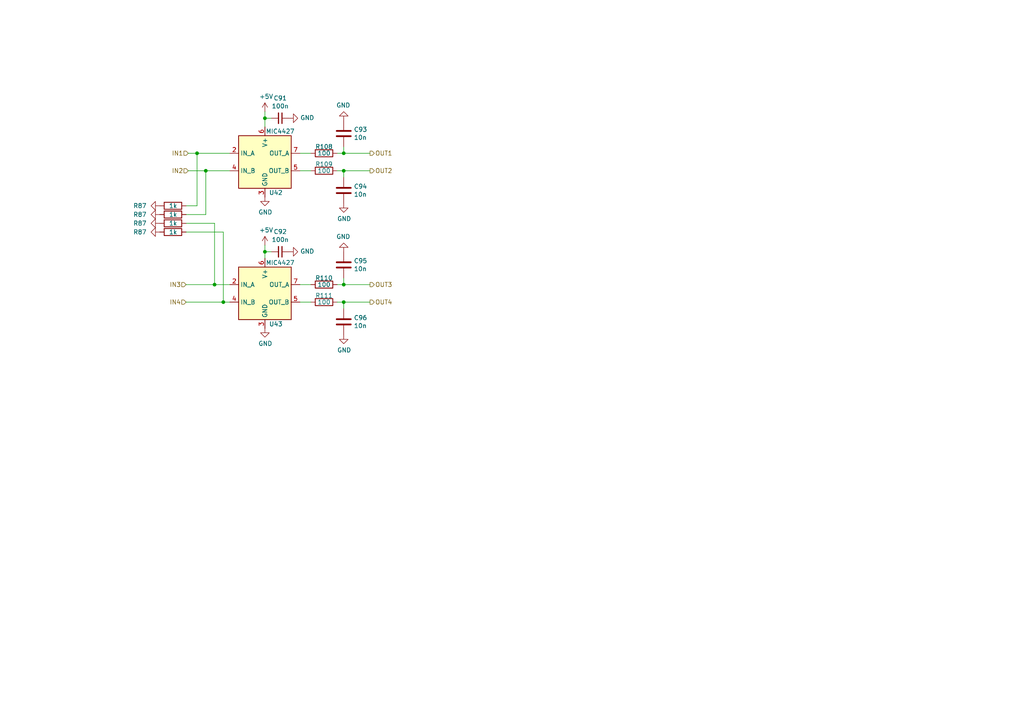
<source format=kicad_sch>
(kicad_sch (version 20230121) (generator eeschema)
  (paper "A4")
  (title_block (title "Polygonus") (date "2024-11-14") (rev "v1.6.1") (comment 2 "rusefi.com/s/proteus"))
  (lib_symbols
    (symbol "Device:C" (pin_numbers hide) (pin_names (offset 0.254))
      (property "Reference" "C" (at 0.635 2.54 0))
      (property "Value" "C" (at 0.635 -2.54 0))
      (symbol "C_0_1"
        (polyline (pts (xy -2.032 -0.762) (xy 2.032 -0.762)) (stroke (width 0.508)))
        (polyline (pts (xy -2.032 0.762) (xy 2.032 0.762)) (stroke (width 0.508)))
      )
      (symbol "C_1_1"
        (pin passive line (at 0 3.81 270) (length 2.794) (name "~") (number "1"))
        (pin passive line (at 0 -3.81 90) (length 2.794) (name "~") (number "2"))
      )
    )
    (symbol "Device:C_Small" (pin_numbers hide) (pin_names (offset 0.254) hide)
      (property "Reference" "C" (at 0.254 1.778 0))
      (property "Value" "C_Small" (at 0.254 -2.032 0))
      (symbol "C_Small_0_1"
        (polyline (pts (xy -1.524 -0.508) (xy 1.524 -0.508)) (stroke (width 0.3302)))
        (polyline (pts (xy -1.524 0.508) (xy 1.524 0.508)) (stroke (width 0.3048)))
      )
      (symbol "C_Small_1_1"
        (pin passive line (at 0 2.54 270) (length 2.032) (name "~") (number "1"))
        (pin passive line (at 0 -2.54 90) (length 2.032) (name "~") (number "2"))
      )
    )
    (symbol "Device:R" (pin_numbers hide) (pin_names (offset 0))
      (property "Reference" "R" (at 2.032 0 90))
      (property "Value" "R" (at 0 0 90))
      (symbol "R_0_1"
        (rectangle (start -1.016 -2.54) (end 1.016 2.54) (stroke (width 0.254)))
      )
      (symbol "R_1_1"
        (pin passive line (at 0 3.81 270) (length 1.27) (name "~") (number "1"))
        (pin passive line (at 0 -3.81 90) (length 1.27) (name "~") (number "2"))
      )
    )
    (symbol "Driver_FET:MIC4427"
      (property "Reference" "U" (at -7.62 8.89 0))
      (property "Value" "MIC4427" (at 1.27 8.89 0))
      (symbol "MIC4427_0_1"
        (rectangle (start -7.62 -7.62) (end 7.62 7.62) (stroke (width 0.254)) (fill (type background)))
      )
      (symbol "MIC4427_1_1"
        (pin no_connect line (at -7.62 0 0) (length 2.54) hide (name "NC") (number "1"))
        (pin input line (at -10.16 2.54 0) (length 2.54) (name "IN_A") (number "2"))
        (pin power_in line (at 0 -10.16 90) (length 2.54) (name "GND") (number "3"))
        (pin input line (at -10.16 -2.54 0) (length 2.54) (name "IN_B") (number "4"))
        (pin output line (at 10.16 -2.54 180) (length 2.54) (name "OUT_B") (number "5"))
        (pin power_in line (at 0 10.16 270) (length 2.54) (name "V+") (number "6"))
        (pin output line (at 10.16 2.54 180) (length 2.54) (name "OUT_A") (number "7"))
        (pin no_connect line (at 7.62 0 180) (length 2.54) hide (name "NC") (number "8"))
      )
    )
    (symbol "power:+5V" (power) (pin_names (offset 0))
      (property "Value" "+5V" (at 0 3.556 0))
      (symbol "+5V_0_1"
        (polyline (pts (xy -0.762 1.27) (xy 0 2.54)))
        (polyline (pts (xy 0 0) (xy 0 2.54)))
        (polyline (pts (xy 0 2.54) (xy 0.762 1.27)))
      )
      (symbol "+5V_1_1"
        (pin power_in line (at 0 0 90) (length 0) hide (name "+5V") (number "1"))
      )
    )
    (symbol "power:GND" (power) (pin_names (offset 0))
      (property "Value" "GND" (at 0 -3.81 0))
      (symbol "GND_0_1"
        (polyline (pts (xy 0 0) (xy 0 -1.27) (xy 1.27 -1.27) (xy 0 -2.54) (xy -1.27 -1.27) (xy 0 -1.27)))
      )
      (symbol "GND_1_1"
        (pin power_in line (at 0 0 270) (length 0) hide (name "GND") (number "1"))
      )
    )
  )
  (junction (at 59.69 49.53))
  (junction (at 99.695 49.53))
  (junction (at 99.695 44.45))
  (junction (at 99.695 87.63))
  (junction (at 62.23 82.55))
  (junction (at 76.835 34.29))
  (junction (at 64.77 87.63))
  (junction (at 76.835 73.025))
  (junction (at 99.695 82.55))
  (junction (at 57.15 44.45))
  (wire (pts (xy 78.74 73.025) (xy 76.835 73.025)))
  (wire (pts (xy 97.79 82.55) (xy 99.695 82.55)))
  (wire (pts (xy 99.695 82.55) (xy 107.315 82.55)))
  (wire (pts (xy 99.695 49.53) (xy 107.315 49.53)))
  (wire (pts (xy 62.23 64.77) (xy 53.975 64.77)))
  (wire (pts (xy 97.79 44.45) (xy 99.695 44.45)))
  (wire (pts (xy 97.79 87.63) (xy 99.695 87.63)))
  (wire (pts (xy 59.69 49.53) (xy 66.675 49.53)))
  (wire (pts (xy 107.315 87.63) (xy 99.695 87.63)))
  (wire (pts (xy 53.975 87.63) (xy 64.77 87.63)))
  (wire (pts (xy 90.17 87.63) (xy 86.995 87.63)))
  (wire (pts (xy 99.695 51.435) (xy 99.695 49.53)))
  (wire (pts (xy 64.77 87.63) (xy 66.675 87.63)))
  (wire (pts (xy 57.15 44.45) (xy 66.675 44.45)))
  (wire (pts (xy 64.77 67.31) (xy 64.77 87.63)))
  (wire (pts (xy 57.15 44.45) (xy 57.15 59.69)))
  (wire (pts (xy 54.61 49.53) (xy 59.69 49.53)))
  (wire (pts (xy 90.17 49.53) (xy 86.995 49.53)))
  (wire (pts (xy 59.69 49.53) (xy 59.69 62.23)))
  (wire (pts (xy 99.695 44.45) (xy 99.695 42.545)))
  (wire (pts (xy 54.61 44.45) (xy 57.15 44.45)))
  (wire (pts (xy 90.17 82.55) (xy 86.995 82.55)))
  (wire (pts (xy 62.23 82.55) (xy 66.675 82.55)))
  (wire (pts (xy 53.975 82.55) (xy 62.23 82.55)))
  (wire (pts (xy 78.74 34.29) (xy 76.835 34.29)))
  (wire (pts (xy 99.695 49.53) (xy 97.79 49.53)))
  (wire (pts (xy 53.975 59.69) (xy 57.15 59.69)))
  (wire (pts (xy 99.695 82.55) (xy 99.695 80.645)))
  (wire (pts (xy 107.315 44.45) (xy 99.695 44.45)))
  (wire (pts (xy 90.17 44.45) (xy 86.995 44.45)))
  (wire (pts (xy 53.975 62.23) (xy 59.69 62.23)))
  (wire (pts (xy 76.835 32.385) (xy 76.835 34.29)))
  (wire (pts (xy 62.23 64.77) (xy 62.23 82.55)))
  (wire (pts (xy 76.835 34.29) (xy 76.835 36.83)))
  (wire (pts (xy 76.835 73.025) (xy 76.835 74.93)))
  (wire (pts (xy 99.695 87.63) (xy 99.695 89.535)))
  (wire (pts (xy 64.77 67.31) (xy 53.975 67.31)))
  (wire (pts (xy 76.835 71.12) (xy 76.835 73.025)))
  (hierarchical_label "OUT1" (shape output) (at 107.315 44.45 0))
  (hierarchical_label "OUT4" (shape output) (at 107.315 87.63 0))
  (hierarchical_label "IN3" (shape input) (at 53.975 82.55 180))
  (hierarchical_label "OUT2" (shape output) (at 107.315 49.53 0))
  (hierarchical_label "IN4" (shape input) (at 53.975 87.63 180))
  (hierarchical_label "IN2" (shape input) (at 54.61 49.53 180))
  (hierarchical_label "OUT3" (shape output) (at 107.315 82.55 0))
  (hierarchical_label "IN1" (shape input) (at 54.61 44.45 180))
  (symbol (lib_id "Driver_FET:MIC4427") (at 76.835 46.99 0) (unit 1)
    (property "Reference" "U42" (at 80.01 55.88 0))
    (property "Value" "MIC4427" (at 81.28 38.1 0))
    (property "Footprint" "Package_SO:SO-8_3.9x4.9mm_P1.27mm" (effects hide))
    (property "Datasheet" "http://ww1.microchip.com/downloads/en/DeviceDoc/mic4426.pdf" (effects hide))
    (property "PN" "TC4427EOA" (effects hide))
    (property "LCSC" "C171845" (effects hide))
    (property "LCSC_ext" "1" (effects hide))
    (property "possible_not_ext" "1" (effects hide))
    (instances (project "polygonus-Shortage-Version" (path "" (reference "U42") (unit 1)) (path "" (reference "U44") (unit 1))))
  )
  (symbol (lib_id "Driver_FET:MIC4427") (at 76.835 85.09 0) (unit 1)
    (property "Reference" "U43" (at 80.01 93.98 0))
    (property "Value" "MIC4427" (at 81.28 76.2 0))
    (property "Footprint" "Package_SO:SO-8_3.9x4.9mm_P1.27mm" (effects hide))
    (property "Datasheet" "http://ww1.microchip.com/downloads/en/DeviceDoc/mic4426.pdf" (effects hide))
    (property "PN" "TC4427EOA" (effects hide))
    (property "LCSC" "C171845" (effects hide))
    (property "LCSC_ext" "1" (effects hide))
    (property "possible_not_ext" "1" (effects hide))
    (instances (project "polygonus-Shortage-Version" (path "" (reference "U43") (unit 1)) (path "" (reference "U45") (unit 1))))
  )
  (symbol (lib_id "Device:C_Small") (at 81.28 73.025 270) (unit 1)
    (property "Reference" "C92" (at 81.28 67.2084 90))
    (property "Value" "100n" (at 81.28 69.5198 90))
    (property "Footprint" "Capacitor_SMD:C_0603_1608Metric" (effects hide))
    (property "LCSC" "C14663" (effects hide))
    (property "LCSC_ext" "0" (effects hide))
    (instances (project "polygonus-Shortage-Version" (path "" (reference "C92") (unit 1)) (path "" (reference "C98") (unit 1))))
  )
  (symbol (lib_id "power:GND") (at 76.835 57.15 0) (unit 1)
    (property "Reference" "#PWR0266" (effects hide))
    (property "Value" "GND" (at 76.962 61.5442 0))
    (instances (project "polygonus-Shortage-Version" (path "" (reference "#PWR0266") (unit 1)) (path "" (reference "#PWR0280") (unit 1))))
  )
  (symbol (lib_id "power:GND") (at 76.835 95.25 0) (unit 1)
    (property "Reference" "#PWR0268" (effects hide))
    (property "Value" "GND" (at 76.962 99.6442 0))
    (instances (project "polygonus-Shortage-Version" (path "" (reference "#PWR0268") (unit 1)) (path "" (reference "#PWR0282") (unit 1))))
  )
  (symbol (lib_id "Device:C_Small") (at 81.28 34.29 270) (unit 1)
    (property "Reference" "C91" (at 81.28 28.4734 90))
    (property "Value" "100n" (at 81.28 30.7848 90))
    (property "Footprint" "Capacitor_SMD:C_0603_1608Metric" (effects hide))
    (property "LCSC" "C14663" (effects hide))
    (property "LCSC_ext" "0" (effects hide))
    (instances (project "polygonus-Shortage-Version" (path "" (reference "C91") (unit 1)) (path "" (reference "C97") (unit 1))))
  )
  (symbol (lib_id "power:+5V") (at 76.835 32.385 0) (unit 1)
    (property "Reference" "#PWR0265" (effects hide))
    (property "Value" "+5V" (at 77.216 27.9908 0))
    (instances (project "polygonus-Shortage-Version" (path "" (reference "#PWR0265") (unit 1)) (path "" (reference "#PWR0279") (unit 1))))
  )
  (symbol (lib_id "power:+5V") (at 76.835 71.12 0) (unit 1)
    (property "Reference" "#PWR0267" (effects hide))
    (property "Value" "+5V" (at 77.216 66.7258 0))
    (instances (project "polygonus-Shortage-Version" (path "" (reference "#PWR0267") (unit 1)) (path "" (reference "#PWR0281") (unit 1))))
  )
  (symbol (lib_id "power:GND") (at 83.82 73.025 90) (unit 1)
    (property "Reference" "#PWR0270" (effects hide))
    (property "Value" "GND" (at 87.0712 72.898 90) (effects (justify right)))
    (instances (project "polygonus-Shortage-Version" (path "" (reference "#PWR0270") (unit 1)) (path "" (reference "#PWR0284") (unit 1))))
  )
  (symbol (lib_id "power:GND") (at 83.82 34.29 90) (unit 1)
    (property "Reference" "#PWR0269" (effects hide))
    (property "Value" "GND" (at 87.0712 34.163 90) (effects (justify right)))
    (instances (project "polygonus-Shortage-Version" (path "" (reference "#PWR0269") (unit 1)) (path "" (reference "#PWR0283") (unit 1))))
  )
  (symbol (lib_id "Device:R") (at 93.98 44.45 270) (unit 1)
    (property "Reference" "R108" (at 93.98 42.545 90))
    (property "Value" "100" (at 93.98 44.45 90))
    (property "Footprint" "Resistor_SMD:R_0805_2012Metric" (effects hide))
    (property "LCSC" "C17408" (effects hide))
    (property "LCSC_ext" "0" (effects hide))
    (instances (project "polygonus-Shortage-Version" (path "" (reference "R108") (unit 1)) (path "" (reference "R112") (unit 1))))
  )
  (symbol (lib_id "Device:R") (at 93.98 49.53 270) (unit 1)
    (property "Reference" "R109" (at 93.98 47.625 90))
    (property "Value" "100" (at 93.98 49.53 90))
    (property "Footprint" "Resistor_SMD:R_0805_2012Metric" (effects hide))
    (property "LCSC" "C17408" (effects hide))
    (property "LCSC_ext" "0" (effects hide))
    (instances (project "polygonus-Shortage-Version" (path "" (reference "R109") (unit 1)) (path "" (reference "R113") (unit 1))))
  )
  (symbol (lib_id "Device:R") (at 93.98 82.55 270) (unit 1)
    (property "Reference" "R110" (at 93.98 80.645 90))
    (property "Value" "100" (at 93.98 82.55 90))
    (property "Footprint" "Resistor_SMD:R_0805_2012Metric" (effects hide))
    (property "LCSC" "C17408" (effects hide))
    (property "LCSC_ext" "0" (effects hide))
    (instances (project "polygonus-Shortage-Version" (path "" (reference "R110") (unit 1)) (path "" (reference "R114") (unit 1))))
  )
  (symbol (lib_id "Device:R") (at 93.98 87.63 270) (unit 1)
    (property "Reference" "R111" (at 93.98 85.725 90))
    (property "Value" "100" (at 93.98 87.63 90))
    (property "Footprint" "Resistor_SMD:R_0805_2012Metric" (effects hide))
    (property "LCSC" "C17408" (effects hide))
    (property "LCSC_ext" "0" (effects hide))
    (instances (project "polygonus-Shortage-Version" (path "" (reference "R111") (unit 1)) (path "" (reference "R115") (unit 1))))
  )
  (symbol (lib_id "Device:C") (at 99.695 55.245 0) (unit 1)
    (property "Reference" "C94" (at 102.616 54.0766 0) (effects (justify left)))
    (property "Value" "10n" (at 102.616 56.388 0) (effects (justify left)))
    (property "Footprint" "Capacitor_SMD:C_0603_1608Metric" (effects hide))
    (property "LCSC" "C57112" (effects hide))
    (property "LCSC_ext" "0" (effects hide))
    (instances (project "polygonus-Shortage-Version" (path "" (reference "C94") (unit 1)) (path "" (reference "C100") (unit 1))))
  )
  (symbol (lib_id "power:GND") (at 99.695 59.055 0) (unit 1)
    (property "Reference" "#PWR0272" (effects hide))
    (property "Value" "GND" (at 99.822 63.4492 0))
    (instances (project "polygonus-Shortage-Version" (path "" (reference "#PWR0272") (unit 1)) (path "" (reference "#PWR0286") (unit 1))))
  )
  (symbol (lib_id "Device:C") (at 99.695 38.735 180) (unit 1)
    (property "Reference" "C93" (at 102.616 37.5666 0) (effects (justify right)))
    (property "Value" "10n" (at 102.616 39.878 0) (effects (justify right)))
    (property "Footprint" "Capacitor_SMD:C_0603_1608Metric" (effects hide))
    (property "LCSC" "C57112" (effects hide))
    (property "LCSC_ext" "0" (effects hide))
    (instances (project "polygonus-Shortage-Version" (path "" (reference "C93") (unit 1)) (path "" (reference "C99") (unit 1))))
  )
  (symbol (lib_id "power:GND") (at 99.695 34.925 180) (unit 1)
    (property "Reference" "#PWR0271" (effects hide))
    (property "Value" "GND" (at 99.568 30.5308 0))
    (instances (project "polygonus-Shortage-Version" (path "" (reference "#PWR0271") (unit 1)) (path "" (reference "#PWR0285") (unit 1))))
  )
  (symbol (lib_id "Device:C") (at 99.695 76.835 180) (unit 1)
    (property "Reference" "C95" (at 102.616 75.6666 0) (effects (justify right)))
    (property "Value" "10n" (at 102.616 77.978 0) (effects (justify right)))
    (property "Footprint" "Capacitor_SMD:C_0603_1608Metric" (effects hide))
    (property "LCSC" "C57112" (effects hide))
    (property "LCSC_ext" "0" (effects hide))
    (instances (project "polygonus-Shortage-Version" (path "" (reference "C95") (unit 1)) (path "" (reference "C101") (unit 1))))
  )
  (symbol (lib_id "power:GND") (at 99.695 73.025 180) (unit 1)
    (property "Reference" "#PWR0273" (effects hide))
    (property "Value" "GND" (at 99.568 68.6308 0))
    (instances (project "polygonus-Shortage-Version" (path "" (reference "#PWR0273") (unit 1)) (path "" (reference "#PWR0287") (unit 1))))
  )
  (symbol (lib_id "Device:C") (at 99.695 93.345 0) (unit 1)
    (property "Reference" "C96" (at 102.616 92.1766 0) (effects (justify left)))
    (property "Value" "10n" (at 102.616 94.488 0) (effects (justify left)))
    (property "Footprint" "Capacitor_SMD:C_0603_1608Metric" (effects hide))
    (property "LCSC" "C57112" (effects hide))
    (property "LCSC_ext" "0" (effects hide))
    (instances (project "polygonus-Shortage-Version" (path "" (reference "C96") (unit 1)) (path "" (reference "C102") (unit 1))))
  )
  (symbol (lib_id "power:GND") (at 99.695 97.155 0) (unit 1)
    (property "Reference" "#PWR0274" (effects hide))
    (property "Value" "GND" (at 99.822 101.5492 0))
    (instances (project "polygonus-Shortage-Version" (path "" (reference "#PWR0274") (unit 1)) (path "" (reference "#PWR0288") (unit 1))))
  )
  (symbol (lib_id "power:GND") (at 46.355 67.31 270) (unit 1)
    (property "Reference" "#PWR0264" (effects hide))
    (property "Value" "GND" (effects hide))
    (instances (project "polygonus-Shortage-Version" (path "" (reference "#PWR0264") (unit 1)) (path "" (reference "#PWR0278") (unit 1))))
  )
  (symbol (lib_id "power:GND") (at 46.355 64.77 270) (unit 1)
    (property "Reference" "#PWR0263" (effects hide))
    (property "Value" "GND" (effects hide))
    (instances (project "polygonus-Shortage-Version" (path "" (reference "#PWR0263") (unit 1)) (path "" (reference "#PWR0277") (unit 1))))
  )
  (symbol (lib_id "power:GND") (at 46.355 62.23 270) (unit 1)
    (property "Reference" "#PWR0262" (effects hide))
    (property "Value" "GND" (effects hide))
    (instances (project "polygonus-Shortage-Version" (path "" (reference "#PWR0262") (unit 1)) (path "" (reference "#PWR0276") (unit 1))))
  )
  (symbol (lib_id "power:GND") (at 46.355 59.69 270) (unit 1)
    (property "Reference" "#PWR0261" (effects hide))
    (property "Value" "GND" (effects hide))
    (instances (project "polygonus-Shortage-Version" (path "" (reference "#PWR0261") (unit 1)) (path "" (reference "#PWR0275") (unit 1))))
  )
  (symbol (lib_id "Device:R") (at 50.165 59.69 90) (unit 1)
    (property "Reference" "R87" (at 42.545 59.69 90) (effects (justify left)))
    (property "Value" "1k" (at 51.435 59.69 90) (effects (justify left)))
    (property "Footprint" "Resistor_SMD:R_0402_1005Metric" (effects hide))
    (property "LCSC" "C11702" (effects hide))
    (property "LCSC_ext" "0" (effects hide))
    (instances (project "polygonus-Shortage-Version" (path "" (reference "R87") (unit 1)) (path "" (reference "R1501") (unit 1)) (path "" (reference "R1601") (unit 1))))
  )
  (symbol (lib_id "Device:R") (at 50.165 67.31 90) (unit 1)
    (property "Reference" "R87" (at 42.545 67.31 90) (effects (justify left)))
    (property "Value" "1k" (at 51.435 67.31 90) (effects (justify left)))
    (property "Footprint" "Resistor_SMD:R_0402_1005Metric" (effects hide))
    (property "LCSC" "C11702" (effects hide))
    (property "LCSC_ext" "0" (effects hide))
    (instances (project "polygonus-Shortage-Version" (path "" (reference "R87") (unit 1)) (path "" (reference "R1504") (unit 1)) (path "" (reference "R1604") (unit 1))))
  )
  (symbol (lib_id "Device:R") (at 50.165 64.77 90) (unit 1)
    (property "Reference" "R87" (at 42.545 64.77 90) (effects (justify left)))
    (property "Value" "1k" (at 51.435 64.77 90) (effects (justify left)))
    (property "Footprint" "Resistor_SMD:R_0402_1005Metric" (effects hide))
    (property "LCSC" "C11702" (effects hide))
    (property "LCSC_ext" "0" (effects hide))
    (instances (project "polygonus-Shortage-Version" (path "" (reference "R87") (unit 1)) (path "" (reference "R1503") (unit 1)) (path "" (reference "R1603") (unit 1))))
  )
  (symbol (lib_id "Device:R") (at 50.165 62.23 90) (unit 1)
    (property "Reference" "R87" (at 42.545 62.23 90) (effects (justify left)))
    (property "Value" "1k" (at 51.435 62.23 90) (effects (justify left)))
    (property "Footprint" "Resistor_SMD:R_0402_1005Metric" (effects hide))
    (property "LCSC" "C11702" (effects hide))
    (property "LCSC_ext" "0" (effects hide))
    (instances (project "polygonus-Shortage-Version" (path "" (reference "R87") (unit 1)) (path "" (reference "R1502") (unit 1)) (path "" (reference "R1602") (unit 1))))
  )
)
</source>
